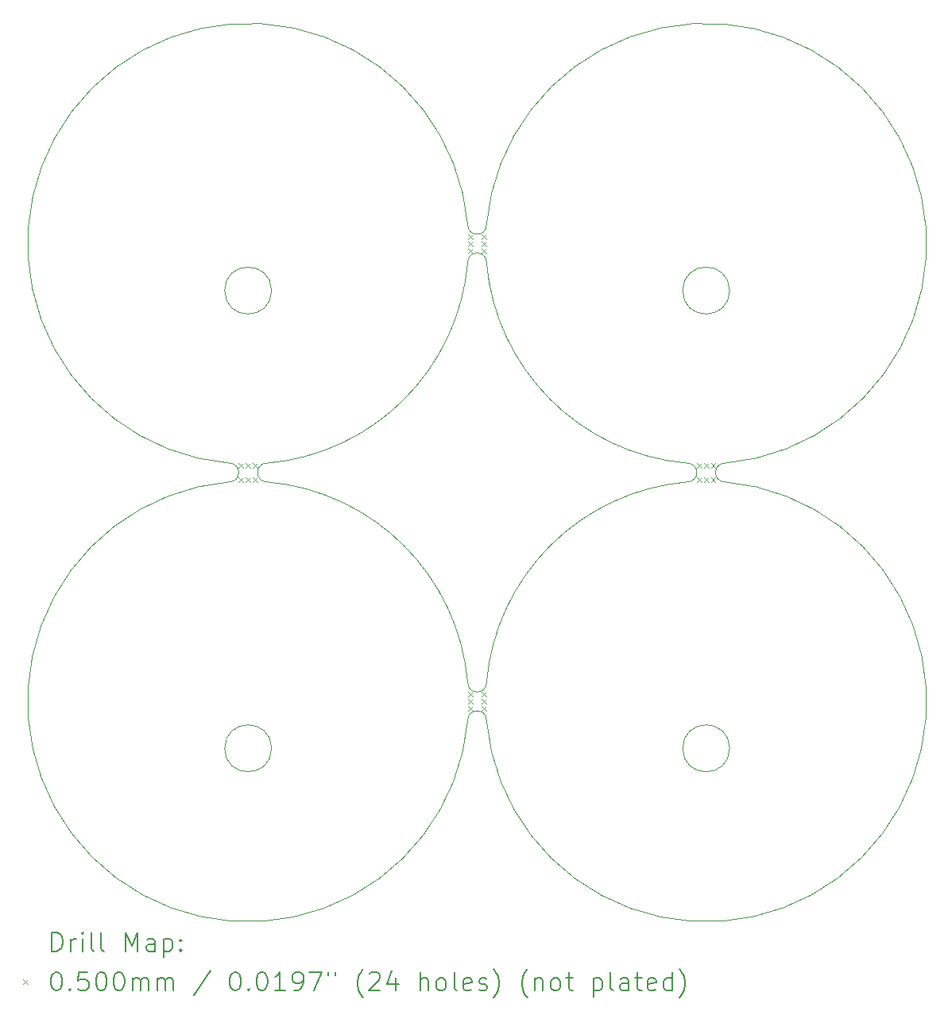
<source format=gbr>
%TF.GenerationSoftware,KiCad,Pcbnew,7.0.5*%
%TF.CreationDate,2023-12-30T15:14:31+10:00*%
%TF.ProjectId,SimonGame,53696d6f-6e47-4616-9d65-2e6b69636164,rev?*%
%TF.SameCoordinates,Original*%
%TF.FileFunction,Drillmap*%
%TF.FilePolarity,Positive*%
%FSLAX45Y45*%
G04 Gerber Fmt 4.5, Leading zero omitted, Abs format (unit mm)*
G04 Created by KiCad (PCBNEW 7.0.5) date 2023-12-30 15:14:31*
%MOMM*%
%LPD*%
G01*
G04 APERTURE LIST*
%ADD10C,0.038100*%
%ADD11C,0.200000*%
%ADD12C,0.050000*%
G04 APERTURE END LIST*
D10*
X11050000Y-11780000D02*
G75*
G03*
X13590000Y-9240000I2340000J200000D01*
G01*
X8310000Y-9240000D02*
G75*
G03*
X10850000Y-11780000I200000J-2340000D01*
G01*
X10850000Y-6500000D02*
G75*
G03*
X8310000Y-9040000I-2340000J-200000D01*
G01*
X13590000Y-9040000D02*
G75*
G03*
X11050000Y-6500000I-200000J2340000D01*
G01*
X11050000Y-6900000D02*
G75*
G03*
X10850000Y-6900000I-100000J0D01*
G01*
X10850000Y-6500000D02*
G75*
G03*
X11050000Y-6500000I100000J0D01*
G01*
X13590000Y-9040000D02*
G75*
G03*
X13590000Y-9240000I0J-100000D01*
G01*
X13190000Y-9240000D02*
G75*
G03*
X13190000Y-9040000I0J100000D01*
G01*
X10850000Y-11380000D02*
G75*
G03*
X11050000Y-11380000I100000J0D01*
G01*
X11050000Y-11780000D02*
G75*
G03*
X10850000Y-11780000I-100000J0D01*
G01*
X8710000Y-9040000D02*
G75*
G03*
X8710000Y-9240000I0J-100000D01*
G01*
X8310000Y-9240000D02*
G75*
G03*
X8310000Y-9040000I0J100000D01*
G01*
X13640000Y-12080000D02*
G75*
G03*
X13640000Y-12080000I-250000J0D01*
G01*
X13190000Y-9240000D02*
G75*
G03*
X11050000Y-11380000I200000J-2340000D01*
G01*
X8760000Y-12080000D02*
G75*
G03*
X8760000Y-12080000I-250000J0D01*
G01*
X10850000Y-11380000D02*
G75*
G03*
X8710000Y-9240000I-2340000J-200000D01*
G01*
X13640000Y-7200000D02*
G75*
G03*
X13640000Y-7200000I-250000J0D01*
G01*
X11050000Y-6900000D02*
G75*
G03*
X13190000Y-9040000I2340000J200000D01*
G01*
X8710000Y-9040000D02*
G75*
G03*
X10850000Y-6900000I-200000J2340000D01*
G01*
X8760000Y-7200000D02*
G75*
G03*
X8760000Y-7200000I-250000J0D01*
G01*
D11*
D12*
X8410000Y-9040000D02*
X8460000Y-9090000D01*
X8460000Y-9040000D02*
X8410000Y-9090000D01*
X8410000Y-9190000D02*
X8460000Y-9240000D01*
X8460000Y-9190000D02*
X8410000Y-9240000D01*
X8485000Y-9040000D02*
X8535000Y-9090000D01*
X8535000Y-9040000D02*
X8485000Y-9090000D01*
X8485000Y-9190000D02*
X8535000Y-9240000D01*
X8535000Y-9190000D02*
X8485000Y-9240000D01*
X8560000Y-9040000D02*
X8610000Y-9090000D01*
X8610000Y-9040000D02*
X8560000Y-9090000D01*
X8560000Y-9190000D02*
X8610000Y-9240000D01*
X8610000Y-9190000D02*
X8560000Y-9240000D01*
X10850000Y-6600000D02*
X10900000Y-6650000D01*
X10900000Y-6600000D02*
X10850000Y-6650000D01*
X10850000Y-6675000D02*
X10900000Y-6725000D01*
X10900000Y-6675000D02*
X10850000Y-6725000D01*
X10850000Y-6750000D02*
X10900000Y-6800000D01*
X10900000Y-6750000D02*
X10850000Y-6800000D01*
X10850000Y-11480000D02*
X10900000Y-11530000D01*
X10900000Y-11480000D02*
X10850000Y-11530000D01*
X10850000Y-11555000D02*
X10900000Y-11605000D01*
X10900000Y-11555000D02*
X10850000Y-11605000D01*
X10850000Y-11630000D02*
X10900000Y-11680000D01*
X10900000Y-11630000D02*
X10850000Y-11680000D01*
X11000000Y-6600000D02*
X11050000Y-6650000D01*
X11050000Y-6600000D02*
X11000000Y-6650000D01*
X11000000Y-6675000D02*
X11050000Y-6725000D01*
X11050000Y-6675000D02*
X11000000Y-6725000D01*
X11000000Y-6750000D02*
X11050000Y-6800000D01*
X11050000Y-6750000D02*
X11000000Y-6800000D01*
X11000000Y-11480000D02*
X11050000Y-11530000D01*
X11050000Y-11480000D02*
X11000000Y-11530000D01*
X11000000Y-11555000D02*
X11050000Y-11605000D01*
X11050000Y-11555000D02*
X11000000Y-11605000D01*
X11000000Y-11630000D02*
X11050000Y-11680000D01*
X11050000Y-11630000D02*
X11000000Y-11680000D01*
X13290000Y-9040000D02*
X13340000Y-9090000D01*
X13340000Y-9040000D02*
X13290000Y-9090000D01*
X13290000Y-9190000D02*
X13340000Y-9240000D01*
X13340000Y-9190000D02*
X13290000Y-9240000D01*
X13365000Y-9040000D02*
X13415000Y-9090000D01*
X13415000Y-9040000D02*
X13365000Y-9090000D01*
X13365000Y-9190000D02*
X13415000Y-9240000D01*
X13415000Y-9190000D02*
X13365000Y-9240000D01*
X13440000Y-9040000D02*
X13490000Y-9090000D01*
X13490000Y-9040000D02*
X13440000Y-9090000D01*
X13440000Y-9190000D02*
X13490000Y-9240000D01*
X13490000Y-9190000D02*
X13440000Y-9240000D01*
D11*
X6420340Y-14241920D02*
X6420340Y-14041920D01*
X6420340Y-14041920D02*
X6467959Y-14041920D01*
X6467959Y-14041920D02*
X6496531Y-14051444D01*
X6496531Y-14051444D02*
X6515579Y-14070491D01*
X6515579Y-14070491D02*
X6525102Y-14089539D01*
X6525102Y-14089539D02*
X6534626Y-14127634D01*
X6534626Y-14127634D02*
X6534626Y-14156206D01*
X6534626Y-14156206D02*
X6525102Y-14194301D01*
X6525102Y-14194301D02*
X6515579Y-14213349D01*
X6515579Y-14213349D02*
X6496531Y-14232396D01*
X6496531Y-14232396D02*
X6467959Y-14241920D01*
X6467959Y-14241920D02*
X6420340Y-14241920D01*
X6620340Y-14241920D02*
X6620340Y-14108587D01*
X6620340Y-14146682D02*
X6629864Y-14127634D01*
X6629864Y-14127634D02*
X6639388Y-14118110D01*
X6639388Y-14118110D02*
X6658436Y-14108587D01*
X6658436Y-14108587D02*
X6677483Y-14108587D01*
X6744150Y-14241920D02*
X6744150Y-14108587D01*
X6744150Y-14041920D02*
X6734626Y-14051444D01*
X6734626Y-14051444D02*
X6744150Y-14060968D01*
X6744150Y-14060968D02*
X6753674Y-14051444D01*
X6753674Y-14051444D02*
X6744150Y-14041920D01*
X6744150Y-14041920D02*
X6744150Y-14060968D01*
X6867959Y-14241920D02*
X6848912Y-14232396D01*
X6848912Y-14232396D02*
X6839388Y-14213349D01*
X6839388Y-14213349D02*
X6839388Y-14041920D01*
X6972721Y-14241920D02*
X6953674Y-14232396D01*
X6953674Y-14232396D02*
X6944150Y-14213349D01*
X6944150Y-14213349D02*
X6944150Y-14041920D01*
X7201293Y-14241920D02*
X7201293Y-14041920D01*
X7201293Y-14041920D02*
X7267960Y-14184777D01*
X7267960Y-14184777D02*
X7334626Y-14041920D01*
X7334626Y-14041920D02*
X7334626Y-14241920D01*
X7515579Y-14241920D02*
X7515579Y-14137158D01*
X7515579Y-14137158D02*
X7506055Y-14118110D01*
X7506055Y-14118110D02*
X7487007Y-14108587D01*
X7487007Y-14108587D02*
X7448912Y-14108587D01*
X7448912Y-14108587D02*
X7429864Y-14118110D01*
X7515579Y-14232396D02*
X7496531Y-14241920D01*
X7496531Y-14241920D02*
X7448912Y-14241920D01*
X7448912Y-14241920D02*
X7429864Y-14232396D01*
X7429864Y-14232396D02*
X7420340Y-14213349D01*
X7420340Y-14213349D02*
X7420340Y-14194301D01*
X7420340Y-14194301D02*
X7429864Y-14175253D01*
X7429864Y-14175253D02*
X7448912Y-14165730D01*
X7448912Y-14165730D02*
X7496531Y-14165730D01*
X7496531Y-14165730D02*
X7515579Y-14156206D01*
X7610817Y-14108587D02*
X7610817Y-14308587D01*
X7610817Y-14118110D02*
X7629864Y-14108587D01*
X7629864Y-14108587D02*
X7667960Y-14108587D01*
X7667960Y-14108587D02*
X7687007Y-14118110D01*
X7687007Y-14118110D02*
X7696531Y-14127634D01*
X7696531Y-14127634D02*
X7706055Y-14146682D01*
X7706055Y-14146682D02*
X7706055Y-14203825D01*
X7706055Y-14203825D02*
X7696531Y-14222872D01*
X7696531Y-14222872D02*
X7687007Y-14232396D01*
X7687007Y-14232396D02*
X7667960Y-14241920D01*
X7667960Y-14241920D02*
X7629864Y-14241920D01*
X7629864Y-14241920D02*
X7610817Y-14232396D01*
X7791769Y-14222872D02*
X7801293Y-14232396D01*
X7801293Y-14232396D02*
X7791769Y-14241920D01*
X7791769Y-14241920D02*
X7782245Y-14232396D01*
X7782245Y-14232396D02*
X7791769Y-14222872D01*
X7791769Y-14222872D02*
X7791769Y-14241920D01*
X7791769Y-14118110D02*
X7801293Y-14127634D01*
X7801293Y-14127634D02*
X7791769Y-14137158D01*
X7791769Y-14137158D02*
X7782245Y-14127634D01*
X7782245Y-14127634D02*
X7791769Y-14118110D01*
X7791769Y-14118110D02*
X7791769Y-14137158D01*
D12*
X6109564Y-14545436D02*
X6159564Y-14595436D01*
X6159564Y-14545436D02*
X6109564Y-14595436D01*
D11*
X6458436Y-14461920D02*
X6477483Y-14461920D01*
X6477483Y-14461920D02*
X6496531Y-14471444D01*
X6496531Y-14471444D02*
X6506055Y-14480968D01*
X6506055Y-14480968D02*
X6515579Y-14500015D01*
X6515579Y-14500015D02*
X6525102Y-14538110D01*
X6525102Y-14538110D02*
X6525102Y-14585730D01*
X6525102Y-14585730D02*
X6515579Y-14623825D01*
X6515579Y-14623825D02*
X6506055Y-14642872D01*
X6506055Y-14642872D02*
X6496531Y-14652396D01*
X6496531Y-14652396D02*
X6477483Y-14661920D01*
X6477483Y-14661920D02*
X6458436Y-14661920D01*
X6458436Y-14661920D02*
X6439388Y-14652396D01*
X6439388Y-14652396D02*
X6429864Y-14642872D01*
X6429864Y-14642872D02*
X6420340Y-14623825D01*
X6420340Y-14623825D02*
X6410817Y-14585730D01*
X6410817Y-14585730D02*
X6410817Y-14538110D01*
X6410817Y-14538110D02*
X6420340Y-14500015D01*
X6420340Y-14500015D02*
X6429864Y-14480968D01*
X6429864Y-14480968D02*
X6439388Y-14471444D01*
X6439388Y-14471444D02*
X6458436Y-14461920D01*
X6610817Y-14642872D02*
X6620340Y-14652396D01*
X6620340Y-14652396D02*
X6610817Y-14661920D01*
X6610817Y-14661920D02*
X6601293Y-14652396D01*
X6601293Y-14652396D02*
X6610817Y-14642872D01*
X6610817Y-14642872D02*
X6610817Y-14661920D01*
X6801293Y-14461920D02*
X6706055Y-14461920D01*
X6706055Y-14461920D02*
X6696531Y-14557158D01*
X6696531Y-14557158D02*
X6706055Y-14547634D01*
X6706055Y-14547634D02*
X6725102Y-14538110D01*
X6725102Y-14538110D02*
X6772721Y-14538110D01*
X6772721Y-14538110D02*
X6791769Y-14547634D01*
X6791769Y-14547634D02*
X6801293Y-14557158D01*
X6801293Y-14557158D02*
X6810817Y-14576206D01*
X6810817Y-14576206D02*
X6810817Y-14623825D01*
X6810817Y-14623825D02*
X6801293Y-14642872D01*
X6801293Y-14642872D02*
X6791769Y-14652396D01*
X6791769Y-14652396D02*
X6772721Y-14661920D01*
X6772721Y-14661920D02*
X6725102Y-14661920D01*
X6725102Y-14661920D02*
X6706055Y-14652396D01*
X6706055Y-14652396D02*
X6696531Y-14642872D01*
X6934626Y-14461920D02*
X6953674Y-14461920D01*
X6953674Y-14461920D02*
X6972721Y-14471444D01*
X6972721Y-14471444D02*
X6982245Y-14480968D01*
X6982245Y-14480968D02*
X6991769Y-14500015D01*
X6991769Y-14500015D02*
X7001293Y-14538110D01*
X7001293Y-14538110D02*
X7001293Y-14585730D01*
X7001293Y-14585730D02*
X6991769Y-14623825D01*
X6991769Y-14623825D02*
X6982245Y-14642872D01*
X6982245Y-14642872D02*
X6972721Y-14652396D01*
X6972721Y-14652396D02*
X6953674Y-14661920D01*
X6953674Y-14661920D02*
X6934626Y-14661920D01*
X6934626Y-14661920D02*
X6915579Y-14652396D01*
X6915579Y-14652396D02*
X6906055Y-14642872D01*
X6906055Y-14642872D02*
X6896531Y-14623825D01*
X6896531Y-14623825D02*
X6887007Y-14585730D01*
X6887007Y-14585730D02*
X6887007Y-14538110D01*
X6887007Y-14538110D02*
X6896531Y-14500015D01*
X6896531Y-14500015D02*
X6906055Y-14480968D01*
X6906055Y-14480968D02*
X6915579Y-14471444D01*
X6915579Y-14471444D02*
X6934626Y-14461920D01*
X7125102Y-14461920D02*
X7144150Y-14461920D01*
X7144150Y-14461920D02*
X7163198Y-14471444D01*
X7163198Y-14471444D02*
X7172721Y-14480968D01*
X7172721Y-14480968D02*
X7182245Y-14500015D01*
X7182245Y-14500015D02*
X7191769Y-14538110D01*
X7191769Y-14538110D02*
X7191769Y-14585730D01*
X7191769Y-14585730D02*
X7182245Y-14623825D01*
X7182245Y-14623825D02*
X7172721Y-14642872D01*
X7172721Y-14642872D02*
X7163198Y-14652396D01*
X7163198Y-14652396D02*
X7144150Y-14661920D01*
X7144150Y-14661920D02*
X7125102Y-14661920D01*
X7125102Y-14661920D02*
X7106055Y-14652396D01*
X7106055Y-14652396D02*
X7096531Y-14642872D01*
X7096531Y-14642872D02*
X7087007Y-14623825D01*
X7087007Y-14623825D02*
X7077483Y-14585730D01*
X7077483Y-14585730D02*
X7077483Y-14538110D01*
X7077483Y-14538110D02*
X7087007Y-14500015D01*
X7087007Y-14500015D02*
X7096531Y-14480968D01*
X7096531Y-14480968D02*
X7106055Y-14471444D01*
X7106055Y-14471444D02*
X7125102Y-14461920D01*
X7277483Y-14661920D02*
X7277483Y-14528587D01*
X7277483Y-14547634D02*
X7287007Y-14538110D01*
X7287007Y-14538110D02*
X7306055Y-14528587D01*
X7306055Y-14528587D02*
X7334626Y-14528587D01*
X7334626Y-14528587D02*
X7353674Y-14538110D01*
X7353674Y-14538110D02*
X7363198Y-14557158D01*
X7363198Y-14557158D02*
X7363198Y-14661920D01*
X7363198Y-14557158D02*
X7372721Y-14538110D01*
X7372721Y-14538110D02*
X7391769Y-14528587D01*
X7391769Y-14528587D02*
X7420340Y-14528587D01*
X7420340Y-14528587D02*
X7439388Y-14538110D01*
X7439388Y-14538110D02*
X7448912Y-14557158D01*
X7448912Y-14557158D02*
X7448912Y-14661920D01*
X7544150Y-14661920D02*
X7544150Y-14528587D01*
X7544150Y-14547634D02*
X7553674Y-14538110D01*
X7553674Y-14538110D02*
X7572721Y-14528587D01*
X7572721Y-14528587D02*
X7601293Y-14528587D01*
X7601293Y-14528587D02*
X7620341Y-14538110D01*
X7620341Y-14538110D02*
X7629864Y-14557158D01*
X7629864Y-14557158D02*
X7629864Y-14661920D01*
X7629864Y-14557158D02*
X7639388Y-14538110D01*
X7639388Y-14538110D02*
X7658436Y-14528587D01*
X7658436Y-14528587D02*
X7687007Y-14528587D01*
X7687007Y-14528587D02*
X7706055Y-14538110D01*
X7706055Y-14538110D02*
X7715579Y-14557158D01*
X7715579Y-14557158D02*
X7715579Y-14661920D01*
X8106055Y-14452396D02*
X7934626Y-14709539D01*
X8363198Y-14461920D02*
X8382245Y-14461920D01*
X8382245Y-14461920D02*
X8401293Y-14471444D01*
X8401293Y-14471444D02*
X8410817Y-14480968D01*
X8410817Y-14480968D02*
X8420341Y-14500015D01*
X8420341Y-14500015D02*
X8429865Y-14538110D01*
X8429865Y-14538110D02*
X8429865Y-14585730D01*
X8429865Y-14585730D02*
X8420341Y-14623825D01*
X8420341Y-14623825D02*
X8410817Y-14642872D01*
X8410817Y-14642872D02*
X8401293Y-14652396D01*
X8401293Y-14652396D02*
X8382245Y-14661920D01*
X8382245Y-14661920D02*
X8363198Y-14661920D01*
X8363198Y-14661920D02*
X8344150Y-14652396D01*
X8344150Y-14652396D02*
X8334626Y-14642872D01*
X8334626Y-14642872D02*
X8325103Y-14623825D01*
X8325103Y-14623825D02*
X8315579Y-14585730D01*
X8315579Y-14585730D02*
X8315579Y-14538110D01*
X8315579Y-14538110D02*
X8325103Y-14500015D01*
X8325103Y-14500015D02*
X8334626Y-14480968D01*
X8334626Y-14480968D02*
X8344150Y-14471444D01*
X8344150Y-14471444D02*
X8363198Y-14461920D01*
X8515579Y-14642872D02*
X8525103Y-14652396D01*
X8525103Y-14652396D02*
X8515579Y-14661920D01*
X8515579Y-14661920D02*
X8506055Y-14652396D01*
X8506055Y-14652396D02*
X8515579Y-14642872D01*
X8515579Y-14642872D02*
X8515579Y-14661920D01*
X8648912Y-14461920D02*
X8667960Y-14461920D01*
X8667960Y-14461920D02*
X8687007Y-14471444D01*
X8687007Y-14471444D02*
X8696531Y-14480968D01*
X8696531Y-14480968D02*
X8706055Y-14500015D01*
X8706055Y-14500015D02*
X8715579Y-14538110D01*
X8715579Y-14538110D02*
X8715579Y-14585730D01*
X8715579Y-14585730D02*
X8706055Y-14623825D01*
X8706055Y-14623825D02*
X8696531Y-14642872D01*
X8696531Y-14642872D02*
X8687007Y-14652396D01*
X8687007Y-14652396D02*
X8667960Y-14661920D01*
X8667960Y-14661920D02*
X8648912Y-14661920D01*
X8648912Y-14661920D02*
X8629865Y-14652396D01*
X8629865Y-14652396D02*
X8620341Y-14642872D01*
X8620341Y-14642872D02*
X8610817Y-14623825D01*
X8610817Y-14623825D02*
X8601293Y-14585730D01*
X8601293Y-14585730D02*
X8601293Y-14538110D01*
X8601293Y-14538110D02*
X8610817Y-14500015D01*
X8610817Y-14500015D02*
X8620341Y-14480968D01*
X8620341Y-14480968D02*
X8629865Y-14471444D01*
X8629865Y-14471444D02*
X8648912Y-14461920D01*
X8906055Y-14661920D02*
X8791769Y-14661920D01*
X8848912Y-14661920D02*
X8848912Y-14461920D01*
X8848912Y-14461920D02*
X8829865Y-14490491D01*
X8829865Y-14490491D02*
X8810817Y-14509539D01*
X8810817Y-14509539D02*
X8791769Y-14519063D01*
X9001293Y-14661920D02*
X9039388Y-14661920D01*
X9039388Y-14661920D02*
X9058436Y-14652396D01*
X9058436Y-14652396D02*
X9067960Y-14642872D01*
X9067960Y-14642872D02*
X9087007Y-14614301D01*
X9087007Y-14614301D02*
X9096531Y-14576206D01*
X9096531Y-14576206D02*
X9096531Y-14500015D01*
X9096531Y-14500015D02*
X9087007Y-14480968D01*
X9087007Y-14480968D02*
X9077484Y-14471444D01*
X9077484Y-14471444D02*
X9058436Y-14461920D01*
X9058436Y-14461920D02*
X9020341Y-14461920D01*
X9020341Y-14461920D02*
X9001293Y-14471444D01*
X9001293Y-14471444D02*
X8991769Y-14480968D01*
X8991769Y-14480968D02*
X8982246Y-14500015D01*
X8982246Y-14500015D02*
X8982246Y-14547634D01*
X8982246Y-14547634D02*
X8991769Y-14566682D01*
X8991769Y-14566682D02*
X9001293Y-14576206D01*
X9001293Y-14576206D02*
X9020341Y-14585730D01*
X9020341Y-14585730D02*
X9058436Y-14585730D01*
X9058436Y-14585730D02*
X9077484Y-14576206D01*
X9077484Y-14576206D02*
X9087007Y-14566682D01*
X9087007Y-14566682D02*
X9096531Y-14547634D01*
X9163198Y-14461920D02*
X9296531Y-14461920D01*
X9296531Y-14461920D02*
X9210817Y-14661920D01*
X9363198Y-14461920D02*
X9363198Y-14500015D01*
X9439388Y-14461920D02*
X9439388Y-14500015D01*
X9734627Y-14738110D02*
X9725103Y-14728587D01*
X9725103Y-14728587D02*
X9706055Y-14700015D01*
X9706055Y-14700015D02*
X9696531Y-14680968D01*
X9696531Y-14680968D02*
X9687008Y-14652396D01*
X9687008Y-14652396D02*
X9677484Y-14604777D01*
X9677484Y-14604777D02*
X9677484Y-14566682D01*
X9677484Y-14566682D02*
X9687008Y-14519063D01*
X9687008Y-14519063D02*
X9696531Y-14490491D01*
X9696531Y-14490491D02*
X9706055Y-14471444D01*
X9706055Y-14471444D02*
X9725103Y-14442872D01*
X9725103Y-14442872D02*
X9734627Y-14433349D01*
X9801293Y-14480968D02*
X9810817Y-14471444D01*
X9810817Y-14471444D02*
X9829865Y-14461920D01*
X9829865Y-14461920D02*
X9877484Y-14461920D01*
X9877484Y-14461920D02*
X9896531Y-14471444D01*
X9896531Y-14471444D02*
X9906055Y-14480968D01*
X9906055Y-14480968D02*
X9915579Y-14500015D01*
X9915579Y-14500015D02*
X9915579Y-14519063D01*
X9915579Y-14519063D02*
X9906055Y-14547634D01*
X9906055Y-14547634D02*
X9791769Y-14661920D01*
X9791769Y-14661920D02*
X9915579Y-14661920D01*
X10087008Y-14528587D02*
X10087008Y-14661920D01*
X10039388Y-14452396D02*
X9991769Y-14595253D01*
X9991769Y-14595253D02*
X10115579Y-14595253D01*
X10344150Y-14661920D02*
X10344150Y-14461920D01*
X10429865Y-14661920D02*
X10429865Y-14557158D01*
X10429865Y-14557158D02*
X10420341Y-14538110D01*
X10420341Y-14538110D02*
X10401293Y-14528587D01*
X10401293Y-14528587D02*
X10372722Y-14528587D01*
X10372722Y-14528587D02*
X10353674Y-14538110D01*
X10353674Y-14538110D02*
X10344150Y-14547634D01*
X10553674Y-14661920D02*
X10534627Y-14652396D01*
X10534627Y-14652396D02*
X10525103Y-14642872D01*
X10525103Y-14642872D02*
X10515579Y-14623825D01*
X10515579Y-14623825D02*
X10515579Y-14566682D01*
X10515579Y-14566682D02*
X10525103Y-14547634D01*
X10525103Y-14547634D02*
X10534627Y-14538110D01*
X10534627Y-14538110D02*
X10553674Y-14528587D01*
X10553674Y-14528587D02*
X10582246Y-14528587D01*
X10582246Y-14528587D02*
X10601293Y-14538110D01*
X10601293Y-14538110D02*
X10610817Y-14547634D01*
X10610817Y-14547634D02*
X10620341Y-14566682D01*
X10620341Y-14566682D02*
X10620341Y-14623825D01*
X10620341Y-14623825D02*
X10610817Y-14642872D01*
X10610817Y-14642872D02*
X10601293Y-14652396D01*
X10601293Y-14652396D02*
X10582246Y-14661920D01*
X10582246Y-14661920D02*
X10553674Y-14661920D01*
X10734627Y-14661920D02*
X10715579Y-14652396D01*
X10715579Y-14652396D02*
X10706055Y-14633349D01*
X10706055Y-14633349D02*
X10706055Y-14461920D01*
X10887008Y-14652396D02*
X10867960Y-14661920D01*
X10867960Y-14661920D02*
X10829865Y-14661920D01*
X10829865Y-14661920D02*
X10810817Y-14652396D01*
X10810817Y-14652396D02*
X10801293Y-14633349D01*
X10801293Y-14633349D02*
X10801293Y-14557158D01*
X10801293Y-14557158D02*
X10810817Y-14538110D01*
X10810817Y-14538110D02*
X10829865Y-14528587D01*
X10829865Y-14528587D02*
X10867960Y-14528587D01*
X10867960Y-14528587D02*
X10887008Y-14538110D01*
X10887008Y-14538110D02*
X10896531Y-14557158D01*
X10896531Y-14557158D02*
X10896531Y-14576206D01*
X10896531Y-14576206D02*
X10801293Y-14595253D01*
X10972722Y-14652396D02*
X10991770Y-14661920D01*
X10991770Y-14661920D02*
X11029865Y-14661920D01*
X11029865Y-14661920D02*
X11048912Y-14652396D01*
X11048912Y-14652396D02*
X11058436Y-14633349D01*
X11058436Y-14633349D02*
X11058436Y-14623825D01*
X11058436Y-14623825D02*
X11048912Y-14604777D01*
X11048912Y-14604777D02*
X11029865Y-14595253D01*
X11029865Y-14595253D02*
X11001293Y-14595253D01*
X11001293Y-14595253D02*
X10982246Y-14585730D01*
X10982246Y-14585730D02*
X10972722Y-14566682D01*
X10972722Y-14566682D02*
X10972722Y-14557158D01*
X10972722Y-14557158D02*
X10982246Y-14538110D01*
X10982246Y-14538110D02*
X11001293Y-14528587D01*
X11001293Y-14528587D02*
X11029865Y-14528587D01*
X11029865Y-14528587D02*
X11048912Y-14538110D01*
X11125103Y-14738110D02*
X11134627Y-14728587D01*
X11134627Y-14728587D02*
X11153674Y-14700015D01*
X11153674Y-14700015D02*
X11163198Y-14680968D01*
X11163198Y-14680968D02*
X11172722Y-14652396D01*
X11172722Y-14652396D02*
X11182246Y-14604777D01*
X11182246Y-14604777D02*
X11182246Y-14566682D01*
X11182246Y-14566682D02*
X11172722Y-14519063D01*
X11172722Y-14519063D02*
X11163198Y-14490491D01*
X11163198Y-14490491D02*
X11153674Y-14471444D01*
X11153674Y-14471444D02*
X11134627Y-14442872D01*
X11134627Y-14442872D02*
X11125103Y-14433349D01*
X11487008Y-14738110D02*
X11477484Y-14728587D01*
X11477484Y-14728587D02*
X11458436Y-14700015D01*
X11458436Y-14700015D02*
X11448912Y-14680968D01*
X11448912Y-14680968D02*
X11439389Y-14652396D01*
X11439389Y-14652396D02*
X11429865Y-14604777D01*
X11429865Y-14604777D02*
X11429865Y-14566682D01*
X11429865Y-14566682D02*
X11439389Y-14519063D01*
X11439389Y-14519063D02*
X11448912Y-14490491D01*
X11448912Y-14490491D02*
X11458436Y-14471444D01*
X11458436Y-14471444D02*
X11477484Y-14442872D01*
X11477484Y-14442872D02*
X11487008Y-14433349D01*
X11563198Y-14528587D02*
X11563198Y-14661920D01*
X11563198Y-14547634D02*
X11572722Y-14538110D01*
X11572722Y-14538110D02*
X11591769Y-14528587D01*
X11591769Y-14528587D02*
X11620341Y-14528587D01*
X11620341Y-14528587D02*
X11639389Y-14538110D01*
X11639389Y-14538110D02*
X11648912Y-14557158D01*
X11648912Y-14557158D02*
X11648912Y-14661920D01*
X11772722Y-14661920D02*
X11753674Y-14652396D01*
X11753674Y-14652396D02*
X11744150Y-14642872D01*
X11744150Y-14642872D02*
X11734627Y-14623825D01*
X11734627Y-14623825D02*
X11734627Y-14566682D01*
X11734627Y-14566682D02*
X11744150Y-14547634D01*
X11744150Y-14547634D02*
X11753674Y-14538110D01*
X11753674Y-14538110D02*
X11772722Y-14528587D01*
X11772722Y-14528587D02*
X11801293Y-14528587D01*
X11801293Y-14528587D02*
X11820341Y-14538110D01*
X11820341Y-14538110D02*
X11829865Y-14547634D01*
X11829865Y-14547634D02*
X11839389Y-14566682D01*
X11839389Y-14566682D02*
X11839389Y-14623825D01*
X11839389Y-14623825D02*
X11829865Y-14642872D01*
X11829865Y-14642872D02*
X11820341Y-14652396D01*
X11820341Y-14652396D02*
X11801293Y-14661920D01*
X11801293Y-14661920D02*
X11772722Y-14661920D01*
X11896531Y-14528587D02*
X11972722Y-14528587D01*
X11925103Y-14461920D02*
X11925103Y-14633349D01*
X11925103Y-14633349D02*
X11934627Y-14652396D01*
X11934627Y-14652396D02*
X11953674Y-14661920D01*
X11953674Y-14661920D02*
X11972722Y-14661920D01*
X12191770Y-14528587D02*
X12191770Y-14728587D01*
X12191770Y-14538110D02*
X12210817Y-14528587D01*
X12210817Y-14528587D02*
X12248912Y-14528587D01*
X12248912Y-14528587D02*
X12267960Y-14538110D01*
X12267960Y-14538110D02*
X12277484Y-14547634D01*
X12277484Y-14547634D02*
X12287008Y-14566682D01*
X12287008Y-14566682D02*
X12287008Y-14623825D01*
X12287008Y-14623825D02*
X12277484Y-14642872D01*
X12277484Y-14642872D02*
X12267960Y-14652396D01*
X12267960Y-14652396D02*
X12248912Y-14661920D01*
X12248912Y-14661920D02*
X12210817Y-14661920D01*
X12210817Y-14661920D02*
X12191770Y-14652396D01*
X12401293Y-14661920D02*
X12382246Y-14652396D01*
X12382246Y-14652396D02*
X12372722Y-14633349D01*
X12372722Y-14633349D02*
X12372722Y-14461920D01*
X12563198Y-14661920D02*
X12563198Y-14557158D01*
X12563198Y-14557158D02*
X12553674Y-14538110D01*
X12553674Y-14538110D02*
X12534627Y-14528587D01*
X12534627Y-14528587D02*
X12496531Y-14528587D01*
X12496531Y-14528587D02*
X12477484Y-14538110D01*
X12563198Y-14652396D02*
X12544151Y-14661920D01*
X12544151Y-14661920D02*
X12496531Y-14661920D01*
X12496531Y-14661920D02*
X12477484Y-14652396D01*
X12477484Y-14652396D02*
X12467960Y-14633349D01*
X12467960Y-14633349D02*
X12467960Y-14614301D01*
X12467960Y-14614301D02*
X12477484Y-14595253D01*
X12477484Y-14595253D02*
X12496531Y-14585730D01*
X12496531Y-14585730D02*
X12544151Y-14585730D01*
X12544151Y-14585730D02*
X12563198Y-14576206D01*
X12629865Y-14528587D02*
X12706055Y-14528587D01*
X12658436Y-14461920D02*
X12658436Y-14633349D01*
X12658436Y-14633349D02*
X12667960Y-14652396D01*
X12667960Y-14652396D02*
X12687008Y-14661920D01*
X12687008Y-14661920D02*
X12706055Y-14661920D01*
X12848912Y-14652396D02*
X12829865Y-14661920D01*
X12829865Y-14661920D02*
X12791770Y-14661920D01*
X12791770Y-14661920D02*
X12772722Y-14652396D01*
X12772722Y-14652396D02*
X12763198Y-14633349D01*
X12763198Y-14633349D02*
X12763198Y-14557158D01*
X12763198Y-14557158D02*
X12772722Y-14538110D01*
X12772722Y-14538110D02*
X12791770Y-14528587D01*
X12791770Y-14528587D02*
X12829865Y-14528587D01*
X12829865Y-14528587D02*
X12848912Y-14538110D01*
X12848912Y-14538110D02*
X12858436Y-14557158D01*
X12858436Y-14557158D02*
X12858436Y-14576206D01*
X12858436Y-14576206D02*
X12763198Y-14595253D01*
X13029865Y-14661920D02*
X13029865Y-14461920D01*
X13029865Y-14652396D02*
X13010817Y-14661920D01*
X13010817Y-14661920D02*
X12972722Y-14661920D01*
X12972722Y-14661920D02*
X12953674Y-14652396D01*
X12953674Y-14652396D02*
X12944151Y-14642872D01*
X12944151Y-14642872D02*
X12934627Y-14623825D01*
X12934627Y-14623825D02*
X12934627Y-14566682D01*
X12934627Y-14566682D02*
X12944151Y-14547634D01*
X12944151Y-14547634D02*
X12953674Y-14538110D01*
X12953674Y-14538110D02*
X12972722Y-14528587D01*
X12972722Y-14528587D02*
X13010817Y-14528587D01*
X13010817Y-14528587D02*
X13029865Y-14538110D01*
X13106055Y-14738110D02*
X13115579Y-14728587D01*
X13115579Y-14728587D02*
X13134627Y-14700015D01*
X13134627Y-14700015D02*
X13144151Y-14680968D01*
X13144151Y-14680968D02*
X13153674Y-14652396D01*
X13153674Y-14652396D02*
X13163198Y-14604777D01*
X13163198Y-14604777D02*
X13163198Y-14566682D01*
X13163198Y-14566682D02*
X13153674Y-14519063D01*
X13153674Y-14519063D02*
X13144151Y-14490491D01*
X13144151Y-14490491D02*
X13134627Y-14471444D01*
X13134627Y-14471444D02*
X13115579Y-14442872D01*
X13115579Y-14442872D02*
X13106055Y-14433349D01*
M02*

</source>
